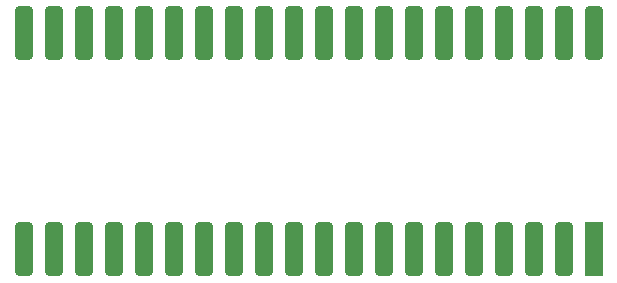
<source format=gbr>
%TF.GenerationSoftware,KiCad,Pcbnew,9.0.4*%
%TF.CreationDate,2025-09-18T23:21:34+02:00*%
%TF.ProjectId,X-DaysSynth,582d4461-7973-4537-996e-74682e6b6963,0.4*%
%TF.SameCoordinates,Original*%
%TF.FileFunction,Paste,Bot*%
%TF.FilePolarity,Positive*%
%FSLAX46Y46*%
G04 Gerber Fmt 4.6, Leading zero omitted, Abs format (unit mm)*
G04 Created by KiCad (PCBNEW 9.0.4) date 2025-09-18 23:21:34*
%MOMM*%
%LPD*%
G01*
G04 APERTURE LIST*
G04 Aperture macros list*
%AMRoundRect*
0 Rectangle with rounded corners*
0 $1 Rounding radius*
0 $2 $3 $4 $5 $6 $7 $8 $9 X,Y pos of 4 corners*
0 Add a 4 corners polygon primitive as box body*
4,1,4,$2,$3,$4,$5,$6,$7,$8,$9,$2,$3,0*
0 Add four circle primitives for the rounded corners*
1,1,$1+$1,$2,$3*
1,1,$1+$1,$4,$5*
1,1,$1+$1,$6,$7*
1,1,$1+$1,$8,$9*
0 Add four rect primitives between the rounded corners*
20,1,$1+$1,$2,$3,$4,$5,0*
20,1,$1+$1,$4,$5,$6,$7,0*
20,1,$1+$1,$6,$7,$8,$9,0*
20,1,$1+$1,$8,$9,$2,$3,0*%
G04 Aperture macros list end*
%ADD10R,1.524000X4.572000*%
%ADD11RoundRect,0.381000X0.381000X1.905000X-0.381000X1.905000X-0.381000X-1.905000X0.381000X-1.905000X0*%
G04 APERTURE END LIST*
D10*
%TO.C,U1*%
X165100000Y-150114000D03*
D11*
X162559999Y-150114000D03*
X160020000Y-150114000D03*
X157479999Y-150114000D03*
X154940000Y-150114000D03*
X152399999Y-150114000D03*
X149860000Y-150114000D03*
X147320000Y-150114001D03*
X144780000Y-150114000D03*
X142240000Y-150114000D03*
X139700000Y-150114000D03*
X137160000Y-150114000D03*
X134620000Y-150114001D03*
X132080000Y-150114000D03*
X129540000Y-150114001D03*
X127000000Y-150114000D03*
X124460000Y-150114001D03*
X121920000Y-150114000D03*
X119380000Y-150114001D03*
X116840000Y-150114000D03*
X116840000Y-131826000D03*
X119380001Y-131826000D03*
X121920000Y-131826000D03*
X124460001Y-131826000D03*
X127000000Y-131826000D03*
X129540001Y-131826000D03*
X132080000Y-131826000D03*
X134620000Y-131825999D03*
X137160000Y-131826000D03*
X139700000Y-131826000D03*
X142240000Y-131826000D03*
X144780000Y-131826000D03*
X147320000Y-131825999D03*
X149860000Y-131826000D03*
X152400000Y-131825999D03*
X154940000Y-131826000D03*
X157480000Y-131825999D03*
X160020000Y-131826000D03*
X162560000Y-131825999D03*
X165100000Y-131826000D03*
%TD*%
M02*

</source>
